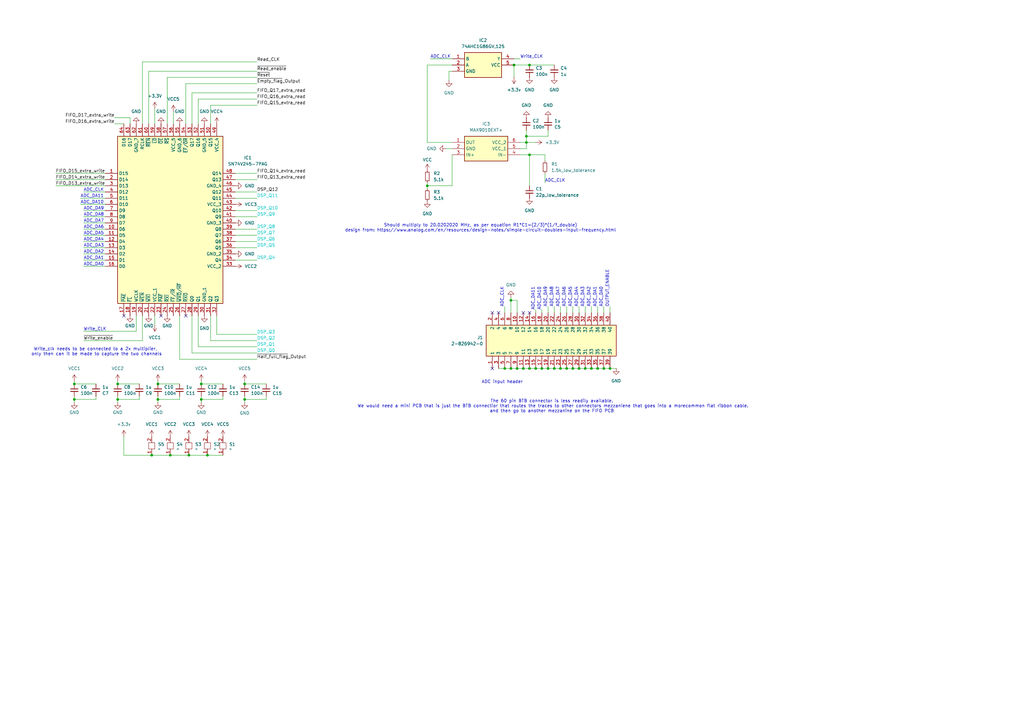
<source format=kicad_sch>
(kicad_sch (version 20250114) (generator "eeschema") (generator_version "9.0")
  (paper "A3")
  (lib_symbols
    (symbol "2-826942-0:2-826942-0"
      (property "Reference" "J" (at 19.05 7.62 0))
      (property "Value" "2-826942-0" (at 19.05 5.08 0))
      (symbol "2-826942-0_1_1"
        (rectangle (start 5.08 2.54) (end 17.78 -50.8) (stroke (width 0.254)) (fill (type background)))
        (pin passive line (at 0 0 0) (length 5.08) (name "1") (number "1"))
        (pin passive line (at 0 -2.54 0) (length 5.08) (name "3") (number "3"))
        (pin passive line (at 0 -5.08 0) (length 5.08) (name "5") (number "5"))
        (pin passive line (at 0 -7.62 0) (length 5.08) (name "7") (number "7"))
        (pin passive line (at 0 -10.16 0) (length 5.08) (name "9") (number "9"))
        (pin passive line (at 0 -12.7 0) (length 5.08) (name "11") (number "11"))
        (pin passive line (at 0 -15.24 0) (length 5.08) (name "13") (number "13"))
        (pin passive line (at 0 -17.78 0) (length 5.08) (name "15") (number "15"))
        (pin passive line (at 0 -20.32 0) (length 5.08) (name "17") (number "17"))
        (pin passive line (at 0 -22.86 0) (length 5.08) (name "19") (number "19"))
        (pin passive line (at 0 -25.4 0) (length 5.08) (name "21") (number "21"))
        (pin passive line (at 0 -27.94 0) (length 5.08) (name "23") (number "23"))
        (pin passive line (at 0 -30.48 0) (length 5.08) (name "25") (number "25"))
        (pin passive line (at 0 -33.02 0) (length 5.08) (name "27") (number "27"))
        (pin passive line (at 0 -35.56 0) (length 5.08) (name "29") (number "29"))
        (pin passive line (at 0 -38.1 0) (length 5.08) (name "31") (number "31"))
        (pin passive line (at 0 -40.64 0) (length 5.08) (name "33") (number "33"))
        (pin passive line (at 0 -43.18 0) (length 5.08) (name "35") (number "35"))
        (pin passive line (at 0 -45.72 0) (length 5.08) (name "37") (number "37"))
        (pin passive line (at 0 -48.26 0) (length 5.08) (name "39") (number "39"))
        (pin passive line (at 22.86 0 180) (length 5.08) (name "2") (number "2"))
        (pin passive line (at 22.86 -2.54 180) (length 5.08) (name "4") (number "4"))
        (pin passive line (at 22.86 -5.08 180) (length 5.08) (name "6") (number "6"))
        (pin passive line (at 22.86 -7.62 180) (length 5.08) (name "8") (number "8"))
        (pin passive line (at 22.86 -10.16 180) (length 5.08) (name "10") (number "10"))
        (pin passive line (at 22.86 -12.7 180) (length 5.08) (name "12") (number "12"))
        (pin passive line (at 22.86 -15.24 180) (length 5.08) (name "14") (number "14"))
        (pin passive line (at 22.86 -17.78 180) (length 5.08) (name "16") (number "16"))
        (pin passive line (at 22.86 -20.32 180) (length 5.08) (name "18") (number "18"))
        (pin passive line (at 22.86 -22.86 180) (length 5.08) (name "20") (number "20"))
        (pin passive line (at 22.86 -25.4 180) (length 5.08) (name "22") (number "22"))
        (pin passive line (at 22.86 -27.94 180) (length 5.08) (name "24") (number "24"))
        (pin passive line (at 22.86 -30.48 180) (length 5.08) (name "26") (number "26"))
        (pin passive line (at 22.86 -33.02 180) (length 5.08) (name "28") (number "28"))
        (pin passive line (at 22.86 -35.56 180) (length 5.08) (name "30") (number "30"))
        (pin passive line (at 22.86 -38.1 180) (length 5.08) (name "32") (number "32"))
        (pin passive line (at 22.86 -40.64 180) (length 5.08) (name "34") (number "34"))
        (pin passive line (at 22.86 -43.18 180) (length 5.08) (name "36") (number "36"))
        (pin passive line (at 22.86 -45.72 180) (length 5.08) (name "38") (number "38"))
        (pin passive line (at 22.86 -48.26 180) (length 5.08) (name "40") (number "40"))
      )
    )
    (symbol "74AHC1G86GV_125:74AHC1G86GV,125"
      (property "Reference" "IC" (at 21.59 7.62 0))
      (property "Value" "74AHC1G86GV,125" (at 21.59 5.08 0))
      (symbol "74AHC1G86GV,125_1_1"
        (rectangle (start 5.08 2.54) (end 20.32 -7.62) (stroke (width 0.254)) (fill (type background)))
        (pin passive line (at 0 0 0) (length 5.08) (name "B") (number "1"))
        (pin passive line (at 0 -2.54 0) (length 5.08) (name "A") (number "2"))
        (pin passive line (at 0 -5.08 0) (length 5.08) (name "GND") (number "3"))
        (pin passive line (at 25.4 0 180) (length 5.08) (name "Y") (number "4"))
        (pin passive line (at 25.4 -2.54 180) (length 5.08) (name "VCC") (number "5"))
      )
    )
    (symbol "Device:C_Small" (pin_numbers (hide yes)) (pin_names (offset 0.254) (hide yes))
      (property "Reference" "C" (at 0.254 1.778 0))
      (property "Value" "C_Small" (at 0.254 -2.032 0))
      (symbol "C_Small_0_1"
        (polyline (pts (xy -1.524 0.508) (xy 1.524 0.508)) (stroke (width 0.3048)))
        (polyline (pts (xy -1.524 -0.508) (xy 1.524 -0.508)) (stroke (width 0.3302)))
      )
      (symbol "C_Small_1_1"
        (pin passive line (at 0 2.54 270) (length 2.032) (name "~") (number "1"))
        (pin passive line (at 0 -2.54 90) (length 2.032) (name "~") (number "2"))
      )
    )
    (symbol "Device:R_Small" (pin_numbers (hide yes)) (pin_names (offset 0.254) (hide yes))
      (property "Reference" "R" (at 0.762 0.508 0))
      (property "Value" "R_Small" (at 0.762 -1.016 0))
      (symbol "R_Small_0_1"
        (rectangle (start -0.762 1.778) (end 0.762 -1.778) (stroke (width 0.2032)))
      )
      (symbol "R_Small_1_1"
        (pin passive line (at 0 2.54 270) (length 0.762) (name "~") (number "1"))
        (pin passive line (at 0 -2.54 90) (length 0.762) (name "~") (number "2"))
      )
    )
    (symbol "MAX9010EXT+:MAX9010EXT+"
      (property "Reference" "IC" (at 24.13 7.62 0))
      (property "Value" "MAX9010EXT+" (at 24.13 5.08 0))
      (symbol "MAX9010EXT+_1_1"
        (rectangle (start 5.08 2.54) (end 22.86 -7.62) (stroke (width 0.254)) (fill (type background)))
        (pin passive line (at 0 0 0) (length 5.08) (name "OUT") (number "1"))
        (pin passive line (at 0 -2.54 0) (length 5.08) (name "GND") (number "2"))
        (pin passive line (at 0 -5.08 0) (length 5.08) (name "IN+") (number "3"))
        (pin passive line (at 27.94 0 180) (length 5.08) (name "VCC_2") (number "6"))
        (pin passive line (at 27.94 -2.54 180) (length 5.08) (name "VCC_1") (number "5"))
        (pin passive line (at 27.94 -5.08 180) (length 5.08) (name "IN-") (number "4"))
      )
    )
    (symbol "SN74V245-7PAG:SN74V245-7PAG"
      (property "Reference" "IC" (at 49.53 20.32 0))
      (property "Value" "SN74V245-7PAG" (at 49.53 17.78 0))
      (symbol "SN74V245-7PAG_1_1"
        (rectangle (start 5.08 15.24) (end 48.26 -53.34) (stroke (width 0.254)) (fill (type background)))
        (pin passive line (at 0 0 0) (length 5.08) (name "D15") (number "1"))
        (pin passive line (at 0 -2.54 0) (length 5.08) (name "D14") (number "2"))
        (pin passive line (at 0 -5.08 0) (length 5.08) (name "D13") (number "3"))
        (pin passive line (at 0 -7.62 0) (length 5.08) (name "D12") (number "4"))
        (pin passive line (at 0 -10.16 0) (length 5.08) (name "D11") (number "5"))
        (pin passive line (at 0 -12.7 0) (length 5.08) (name "D10") (number "6"))
        (pin passive line (at 0 -15.24 0) (length 5.08) (name "D9") (number "7"))
        (pin passive line (at 0 -17.78 0) (length 5.08) (name "D8") (number "8"))
        (pin passive line (at 0 -20.32 0) (length 5.08) (name "D7") (number "9"))
        (pin passive line (at 0 -22.86 0) (length 5.08) (name "D6") (number "10"))
        (pin passive line (at 0 -25.4 0) (length 5.08) (name "D5") (number "11"))
        (pin passive line (at 0 -27.94 0) (length 5.08) (name "D4") (number "12"))
        (pin passive line (at 0 -30.48 0) (length 5.08) (name "D3") (number "13"))
        (pin passive line (at 0 -33.02 0) (length 5.08) (name "D2") (number "14"))
        (pin passive line (at 0 -35.56 0) (length 5.08) (name "D1") (number "15"))
        (pin passive line (at 0 -38.1 0) (length 5.08) (name "D0") (number "16"))
        (pin passive line (at 7.62 20.32 270) (length 5.08) (name "D16") (number "64"))
        (pin passive line (at 7.62 -58.42 90) (length 5.08) (name "~{PAE}") (number "17"))
        (pin passive line (at 10.16 20.32 270) (length 5.08) (name "D17") (number "63"))
        (pin passive line (at 10.16 -58.42 90) (length 5.08) (name "~{FL}") (number "18"))
        (pin passive line (at 12.7 20.32 270) (length 5.08) (name "GND_7") (number "62"))
        (pin passive line (at 12.7 -58.42 90) (length 5.08) (name "WCLK") (number "19"))
        (pin passive line (at 15.24 20.32 270) (length 5.08) (name "RCLK") (number "61"))
        (pin passive line (at 15.24 -58.42 90) (length 5.08) (name "~{WEN}") (number "20"))
        (pin passive line (at 17.78 20.32 270) (length 5.08) (name "~{REN}") (number "60"))
        (pin passive line (at 17.78 -58.42 90) (length 5.08) (name "~{WXI}") (number "21"))
        (pin passive line (at 20.32 20.32 270) (length 5.08) (name "~{LD}") (number "59"))
        (pin passive line (at 20.32 -58.42 90) (length 5.08) (name "VCC_1") (number "22"))
        (pin passive line (at 22.86 20.32 270) (length 5.08) (name "~{OE}") (number "58"))
        (pin passive line (at 22.86 -58.42 90) (length 5.08) (name "~{PAF}") (number "23"))
        (pin passive line (at 25.4 20.32 270) (length 5.08) (name "~{RS}") (number "57"))
        (pin passive line (at 25.4 -58.42 90) (length 5.08) (name "~{RXI}") (number "24"))
        (pin passive line (at 27.94 20.32 270) (length 5.08) (name "VCC_5") (number "56"))
        (pin passive line (at 27.94 -58.42 90) (length 5.08) (name "~{FF}/~{IR}") (number "25"))
        (pin passive line (at 30.48 20.32 270) (length 5.08) (name "GND_6") (number "55"))
        (pin passive line (at 30.48 -58.42 90) (length 5.08) (name "~{WXO}/~{HF}") (number "26"))
        (pin passive line (at 33.02 20.32 270) (length 5.08) (name "~{EF}/~{OR}") (number "54"))
        (pin passive line (at 33.02 -58.42 90) (length 5.08) (name "~{RXO}") (number "27"))
        (pin passive line (at 35.56 20.32 270) (length 5.08) (name "Q17") (number "53"))
        (pin passive line (at 35.56 -58.42 90) (length 5.08) (name "Q0") (number "28"))
        (pin passive line (at 38.1 20.32 270) (length 5.08) (name "Q16") (number "52"))
        (pin passive line (at 38.1 -58.42 90) (length 5.08) (name "Q1") (number "29"))
        (pin passive line (at 40.64 20.32 270) (length 5.08) (name "GND_5") (number "51"))
        (pin passive line (at 40.64 -58.42 90) (length 5.08) (name "GND_1") (number "30"))
        (pin passive line (at 43.18 20.32 270) (length 5.08) (name "Q15") (number "50"))
        (pin passive line (at 43.18 -58.42 90) (length 5.08) (name "Q2") (number "31"))
        (pin passive line (at 45.72 20.32 270) (length 5.08) (name "VCC_4") (number "49"))
        (pin passive line (at 45.72 -58.42 90) (length 5.08) (name "Q3") (number "32"))
        (pin passive line (at 53.34 0 180) (length 5.08) (name "Q14") (number "48"))
        (pin passive line (at 53.34 -2.54 180) (length 5.08) (name "Q13") (number "47"))
        (pin passive line (at 53.34 -5.08 180) (length 5.08) (name "GND_4") (number "46"))
        (pin passive line (at 53.34 -7.62 180) (length 5.08) (name "Q12") (number "45"))
        (pin passive line (at 53.34 -10.16 180) (length 5.08) (name "Q11") (number "44"))
        (pin passive line (at 53.34 -12.7 180) (length 5.08) (name "VCC_3") (number "43"))
        (pin passive line (at 53.34 -15.24 180) (length 5.08) (name "Q10") (number "42"))
        (pin passive line (at 53.34 -17.78 180) (length 5.08) (name "Q9") (number "41"))
        (pin passive line (at 53.34 -20.32 180) (length 5.08) (name "GND_3") (number "40"))
        (pin passive line (at 53.34 -22.86 180) (length 5.08) (name "Q8") (number "39"))
        (pin passive line (at 53.34 -25.4 180) (length 5.08) (name "Q7") (number "38"))
        (pin passive line (at 53.34 -27.94 180) (length 5.08) (name "Q6") (number "37"))
        (pin passive line (at 53.34 -30.48 180) (length 5.08) (name "Q5") (number "36"))
        (pin passive line (at 53.34 -33.02 180) (length 5.08) (name "GND_2") (number "35"))
        (pin passive line (at 53.34 -35.56 180) (length 5.08) (name "Q4") (number "34"))
        (pin passive line (at 53.34 -38.1 180) (length 5.08) (name "VCC_2") (number "33"))
      )
    )
    (symbol "Trace_Shunt:_1"
      (property "Reference" "S" (at 3.81 1.778 0))
      (symbol "_1_0_1"
        (rectangle (start 3.81 -1.27) (end 6.35 -3.81))
      )
      (symbol "_1_1_1"
        (pin passive line (at 1.27 -2.54 0) (length 2.54) (name "") (number "1"))
        (pin passive line (at 8.89 -2.54 180) (length 2.54) (name "") (number "2"))
      )
    )
    (symbol "power:GND" (power) (pin_numbers (hide yes)) (pin_names (offset 0) (hide yes))
      (property "Value" "GND" (at 0 -3.81 0))
      (symbol "GND_0_1"
        (polyline (pts (xy 0 0) (xy 0 -1.27) (xy 1.27 -1.27) (xy 0 -2.54) (xy -1.27 -1.27) (xy 0 -1.27)))
      )
      (symbol "GND_1_1"
        (pin power_in line (at 0 0 270) (length 0) (name "~") (number "1"))
      )
    )
    (symbol "power:VCC" (power) (pin_numbers (hide yes)) (pin_names (offset 0) (hide yes))
      (property "Value" "VCC" (at 0 3.556 0))
      (symbol "VCC_0_1"
        (polyline (pts (xy -0.762 1.27) (xy 0 2.54)))
        (polyline (pts (xy 0 2.54) (xy 0.762 1.27)))
        (polyline (pts (xy 0 0) (xy 0 2.54)))
      )
      (symbol "VCC_1_1"
        (pin power_in line (at 0 0 90) (length 0) (name "~") (number "1"))
      )
    )
  )
  (text "Write_clk needs to be connected to a 2x multiplier, \nonly then can it be made to capture the two channels\n" (at 39.624 144.272 0) (effects (font (size 1.27 1.27))))
  (text "ADC input header\n" (at 205.994 156.718 0) (effects (font (size 1.27 1.27))))
  (text "Should multiply to 20.0202020 MHz, as per equation R1*C1=(2/3)*(1/f_double)\ndesign from: https://www.analog.com/en/resources/design-notes/simple-circuit-doubles-input-frequency.html" (at 197.104 93.472 0) (effects (font (size 1.27 1.27))))
  (text "The 60 pin BTB connector is less readily available. \nWe would need a mini PCB that is just the BTB connectior that routes the traces to other connectors mezzaniene that goes into a morecommon flat ribbon cable.\nand then go to another mezzanine on the FIFO PCB " (at 226.822 166.624 0) (effects (font (size 1.27 1.27))))
  (junction (at 227.33 151.13))
  (junction (at 207.01 151.13))
  (junction (at 77.47 186.69))
  (junction (at 245.11 151.13))
  (junction (at 247.65 151.13))
  (junction (at 30.48 163.83))
  (junction (at 175.26 76.2))
  (junction (at 237.49 151.13))
  (junction (at 210.82 26.67))
  (junction (at 219.71 151.13))
  (junction (at 64.77 157.48))
  (junction (at 232.41 151.13))
  (junction (at 229.87 151.13))
  (junction (at 48.26 163.83))
  (junction (at 82.55 163.83))
  (junction (at 217.17 26.67))
  (junction (at 100.33 163.83))
  (junction (at 100.33 157.48))
  (junction (at 69.85 186.69))
  (junction (at 212.09 151.13))
  (junction (at 85.09 186.69))
  (junction (at 82.55 157.48))
  (junction (at 30.48 157.48))
  (junction (at 224.79 151.13))
  (junction (at 222.25 151.13))
  (junction (at 215.9 58.42))
  (junction (at 234.95 151.13))
  (junction (at 209.55 151.13))
  (junction (at 48.26 157.48))
  (junction (at 250.19 151.13))
  (junction (at 62.23 186.69))
  (junction (at 217.17 63.5))
  (junction (at 215.9 55.88))
  (junction (at 64.77 163.83))
  (junction (at 217.17 151.13))
  (junction (at 242.57 151.13))
  (junction (at 240.03 151.13))
  (junction (at 214.63 151.13))
  (junction (at 209.55 123.19))
  (no_connect (at 214.63 128.27))
  (no_connect (at 50.8 129.54))
  (no_connect (at 204.47 128.27))
  (no_connect (at 76.2 129.54))
  (no_connect (at 201.93 128.27))
  (no_connect (at 217.17 128.27))
  (no_connect (at 66.04 129.54))
  (no_connect (at 201.93 151.13))
  (wire (pts (xy 217.17 26.67) (xy 227.33 26.67)))
  (wire (pts (xy 46.99 48.26) (xy 53.34 48.26)))
  (wire (pts (xy 82.55 156.21) (xy 82.55 157.48)))
  (wire (pts (xy 39.37 163.83) (xy 30.48 163.83)))
  (wire (pts (xy 63.5 44.45) (xy 63.5 50.8)))
  (wire (pts (xy 100.33 163.83) (xy 100.33 165.1)))
  (wire (pts (xy 217.17 76.2) (xy 217.17 63.5)))
  (wire (pts (xy 50.8 186.69) (xy 50.8 179.07)))
  (wire (pts (xy 22.86 76.2) (xy 43.18 76.2)))
  (wire (pts (xy 96.52 86.36) (xy 105.41 86.36)))
  (wire (pts (xy 224.79 125.73) (xy 224.79 128.27)))
  (wire (pts (xy 209.55 121.92) (xy 209.55 123.19)))
  (wire (pts (xy 175.26 74.93) (xy 175.26 76.2)))
  (wire (pts (xy 109.22 162.56) (xy 109.22 163.83)))
  (wire (pts (xy 224.79 53.34) (xy 224.79 55.88)))
  (wire (pts (xy 242.57 125.73) (xy 242.57 128.27)))
  (wire (pts (xy 76.2 50.8) (xy 76.2 34.29)))
  (wire (pts (xy 34.29 86.36) (xy 43.18 86.36)))
  (wire (pts (xy 34.29 99.06) (xy 43.18 99.06)))
  (wire (pts (xy 30.48 156.21) (xy 30.48 157.48)))
  (wire (pts (xy 242.57 151.13) (xy 245.11 151.13)))
  (wire (pts (xy 212.09 123.19) (xy 209.55 123.19)))
  (wire (pts (xy 223.52 71.12) (xy 223.52 74.93)))
  (wire (pts (xy 46.99 50.8) (xy 50.8 50.8)))
  (wire (pts (xy 240.03 151.13) (xy 242.57 151.13)))
  (wire (pts (xy 86.36 43.18) (xy 86.36 50.8)))
  (wire (pts (xy 34.29 135.89) (xy 55.88 135.89)))
  (wire (pts (xy 229.87 151.13) (xy 232.41 151.13)))
  (wire (pts (xy 100.33 162.56) (xy 100.33 163.83)))
  (wire (pts (xy 222.25 151.13) (xy 224.79 151.13)))
  (wire (pts (xy 48.26 156.21) (xy 48.26 157.48)))
  (wire (pts (xy 78.74 38.1) (xy 78.74 50.8)))
  (wire (pts (xy 232.41 125.73) (xy 232.41 128.27)))
  (wire (pts (xy 204.47 151.13) (xy 207.01 151.13)))
  (wire (pts (xy 58.42 25.4) (xy 58.42 50.8)))
  (wire (pts (xy 213.36 63.5) (xy 217.17 63.5)))
  (wire (pts (xy 207.01 125.73) (xy 207.01 128.27)))
  (wire (pts (xy 73.66 162.56) (xy 73.66 163.83)))
  (wire (pts (xy 105.41 29.21) (xy 60.96 29.21)))
  (wire (pts (xy 78.74 38.1) (xy 105.41 38.1)))
  (wire (pts (xy 184.15 29.21) (xy 185.42 29.21)))
  (wire (pts (xy 71.12 45.72) (xy 71.12 50.8)))
  (wire (pts (xy 224.79 151.13) (xy 227.33 151.13)))
  (wire (pts (xy 82.55 157.48) (xy 91.44 157.48)))
  (wire (pts (xy 58.42 129.54) (xy 58.42 139.7)))
  (wire (pts (xy 212.09 128.27) (xy 212.09 123.19)))
  (wire (pts (xy 39.37 162.56) (xy 39.37 163.83)))
  (wire (pts (xy 91.44 186.69) (xy 85.09 186.69)))
  (wire (pts (xy 30.48 157.48) (xy 39.37 157.48)))
  (wire (pts (xy 223.52 66.04) (xy 223.52 63.5)))
  (wire (pts (xy 219.71 151.13) (xy 222.25 151.13)))
  (wire (pts (xy 34.29 101.6) (xy 43.18 101.6)))
  (wire (pts (xy 96.52 88.9) (xy 105.41 88.9)))
  (wire (pts (xy 222.25 127) (xy 222.25 128.27)))
  (wire (pts (xy 96.52 71.12) (xy 105.41 71.12)))
  (wire (pts (xy 96.52 99.06) (xy 105.41 99.06)))
  (wire (pts (xy 175.26 26.67) (xy 185.42 26.67)))
  (wire (pts (xy 22.86 73.66) (xy 43.18 73.66)))
  (wire (pts (xy 219.71 58.42) (xy 215.9 58.42)))
  (wire (pts (xy 250.19 125.73) (xy 250.19 128.27)))
  (wire (pts (xy 48.26 163.83) (xy 48.26 165.1)))
  (wire (pts (xy 105.41 25.4) (xy 58.42 25.4)))
  (wire (pts (xy 34.29 78.74) (xy 43.18 78.74)))
  (wire (pts (xy 96.52 73.66) (xy 105.41 73.66)))
  (wire (pts (xy 96.52 93.98) (xy 105.41 93.98)))
  (wire (pts (xy 30.48 163.83) (xy 30.48 165.1)))
  (wire (pts (xy 33.02 81.28) (xy 43.18 81.28)))
  (wire (pts (xy 57.15 162.56) (xy 57.15 163.83)))
  (wire (pts (xy 69.85 186.69) (xy 62.23 186.69)))
  (wire (pts (xy 245.11 125.73) (xy 245.11 128.27)))
  (wire (pts (xy 91.44 163.83) (xy 82.55 163.83)))
  (wire (pts (xy 82.55 162.56) (xy 82.55 163.83)))
  (wire (pts (xy 210.82 24.13) (xy 213.36 24.13)))
  (wire (pts (xy 215.9 55.88) (xy 215.9 53.34)))
  (wire (pts (xy 22.86 71.12) (xy 43.18 71.12)))
  (wire (pts (xy 217.17 63.5) (xy 223.52 63.5)))
  (wire (pts (xy 175.26 58.42) (xy 175.26 26.67)))
  (wire (pts (xy 105.41 144.78) (xy 78.74 144.78)))
  (wire (pts (xy 105.41 139.7) (xy 86.36 139.7)))
  (wire (pts (xy 81.28 40.64) (xy 105.41 40.64)))
  (wire (pts (xy 215.9 58.42) (xy 215.9 55.88)))
  (wire (pts (xy 85.09 186.69) (xy 77.47 186.69)))
  (wire (pts (xy 209.55 123.19) (xy 209.55 128.27)))
  (wire (pts (xy 76.2 34.29) (xy 105.41 34.29)))
  (wire (pts (xy 210.82 26.67) (xy 210.82 31.75)))
  (wire (pts (xy 185.42 63.5) (xy 185.42 76.2)))
  (wire (pts (xy 34.29 104.14) (xy 43.18 104.14)))
  (wire (pts (xy 30.48 162.56) (xy 30.48 163.83)))
  (wire (pts (xy 86.36 129.54) (xy 86.36 139.7)))
  (wire (pts (xy 60.96 29.21) (xy 60.96 50.8)))
  (wire (pts (xy 213.36 58.42) (xy 215.9 58.42)))
  (wire (pts (xy 48.26 157.48) (xy 57.15 157.48)))
  (wire (pts (xy 78.74 129.54) (xy 78.74 144.78)))
  (wire (pts (xy 33.02 83.82) (xy 43.18 83.82)))
  (wire (pts (xy 245.11 151.13) (xy 247.65 151.13)))
  (wire (pts (xy 100.33 157.48) (xy 109.22 157.48)))
  (wire (pts (xy 34.29 93.98) (xy 43.18 93.98)))
  (wire (pts (xy 224.79 55.88) (xy 215.9 55.88)))
  (wire (pts (xy 247.65 151.13) (xy 250.19 151.13)))
  (wire (pts (xy 63.5 133.35) (xy 63.5 129.54)))
  (wire (pts (xy 81.28 129.54) (xy 81.28 142.24)))
  (wire (pts (xy 232.41 151.13) (xy 234.95 151.13)))
  (wire (pts (xy 210.82 26.67) (xy 217.17 26.67)))
  (wire (pts (xy 96.52 78.74) (xy 105.41 78.74)))
  (wire (pts (xy 237.49 151.13) (xy 240.03 151.13)))
  (wire (pts (xy 105.41 31.75) (xy 68.58 31.75)))
  (wire (pts (xy 81.28 40.64) (xy 81.28 50.8)))
  (wire (pts (xy 82.55 163.83) (xy 82.55 165.1)))
  (wire (pts (xy 176.53 24.13) (xy 185.42 24.13)))
  (wire (pts (xy 64.77 163.83) (xy 64.77 165.1)))
  (wire (pts (xy 229.87 125.73) (xy 229.87 128.27)))
  (wire (pts (xy 91.44 162.56) (xy 91.44 163.83)))
  (wire (pts (xy 214.63 151.13) (xy 217.17 151.13)))
  (wire (pts (xy 96.52 106.68) (xy 105.41 106.68)))
  (wire (pts (xy 227.33 151.13) (xy 229.87 151.13)))
  (wire (pts (xy 109.22 163.83) (xy 100.33 163.83)))
  (wire (pts (xy 227.33 125.73) (xy 227.33 128.27)))
  (wire (pts (xy 213.36 60.96) (xy 215.9 60.96)))
  (wire (pts (xy 48.26 162.56) (xy 48.26 163.83)))
  (wire (pts (xy 34.29 91.44) (xy 43.18 91.44)))
  (wire (pts (xy 77.47 186.69) (xy 69.85 186.69)))
  (wire (pts (xy 34.29 88.9) (xy 43.18 88.9)))
  (wire (pts (xy 96.52 96.52) (xy 105.41 96.52)))
  (wire (pts (xy 175.26 77.47) (xy 175.26 76.2)))
  (wire (pts (xy 34.29 109.22) (xy 43.18 109.22)))
  (wire (pts (xy 247.65 125.73) (xy 247.65 128.27)))
  (wire (pts (xy 175.26 58.42) (xy 185.42 58.42)))
  (wire (pts (xy 73.66 129.54) (xy 73.66 147.32)))
  (wire (pts (xy 53.34 48.26) (xy 53.34 50.8)))
  (wire (pts (xy 73.66 147.32) (xy 105.41 147.32)))
  (wire (pts (xy 184.15 33.02) (xy 184.15 29.21)))
  (wire (pts (xy 88.9 137.16) (xy 105.41 137.16)))
  (wire (pts (xy 86.36 43.18) (xy 105.41 43.18)))
  (wire (pts (xy 68.58 31.75) (xy 68.58 50.8)))
  (wire (pts (xy 234.95 151.13) (xy 237.49 151.13)))
  (wire (pts (xy 73.66 163.83) (xy 64.77 163.83)))
  (wire (pts (xy 96.52 81.28) (xy 105.41 81.28)))
  (wire (pts (xy 64.77 157.48) (xy 73.66 157.48)))
  (wire (pts (xy 34.29 106.68) (xy 43.18 106.68)))
  (wire (pts (xy 234.95 125.73) (xy 234.95 128.27)))
  (wire (pts (xy 207.01 151.13) (xy 209.55 151.13)))
  (wire (pts (xy 240.03 125.73) (xy 240.03 128.27)))
  (wire (pts (xy 55.88 129.54) (xy 55.88 135.89)))
  (wire (pts (xy 64.77 162.56) (xy 64.77 163.83)))
  (wire (pts (xy 219.71 127) (xy 219.71 128.27)))
  (wire (pts (xy 81.28 142.24) (xy 105.41 142.24)))
  (wire (pts (xy 64.77 156.21) (xy 64.77 157.48)))
  (wire (pts (xy 100.33 156.21) (xy 100.33 157.48)))
  (wire (pts (xy 34.29 139.7) (xy 58.42 139.7)))
  (wire (pts (xy 217.17 151.13) (xy 219.71 151.13)))
  (wire (pts (xy 34.29 96.52) (xy 43.18 96.52)))
  (wire (pts (xy 215.9 60.96) (xy 215.9 58.42)))
  (wire (pts (xy 62.23 186.69) (xy 50.8 186.69)))
  (wire (pts (xy 185.42 76.2) (xy 175.26 76.2)))
  (wire (pts (xy 212.09 151.13) (xy 214.63 151.13)))
  (wire (pts (xy 237.49 125.73) (xy 237.49 128.27)))
  (wire (pts (xy 57.15 163.83) (xy 48.26 163.83)))
  (wire (pts (xy 96.52 101.6) (xy 105.41 101.6)))
  (wire (pts (xy 209.55 151.13) (xy 212.09 151.13)))
  (wire (pts (xy 250.19 151.13) (xy 252.73 151.13)))
  (wire (pts (xy 182.88 60.96) (xy 185.42 60.96)))
  (wire (pts (xy 88.9 129.54) (xy 88.9 137.16)))
  (label "DSP_Q0" (at 105.41 144.78 0))
  (label "FIFO_Q15_extra_read" (at 105.41 43.18 0))
  (label "~{Reset}" (at 105.41 31.75 0))
  (label "ADC_DA0" (at 247.65 125.73 90))
  (label "ADC_DA11" (at 219.71 127 90))
  (label "ADC_DA3" (at 34.29 101.6 0))
  (label "FIFO_Q14_extra_read" (at 105.41 71.12 0))
  (label "ADC_DA6" (at 232.41 125.73 90))
  (label "DSP_Q6" (at 105.41 99.06 0))
  (label "ADC_DA1" (at 34.29 106.68 0))
  (label "~{Half_full_flag}_Output" (at 105.41 147.32 0))
  (label "FIFO_Q13_extra_read" (at 105.41 73.66 0))
  (label "ADC_DA3" (at 240.03 125.73 90))
  (label "Write_CLK" (at 213.36 24.13 0))
  (label "DSP_Q5" (at 105.41 101.6 0))
  (label "ADC_DA7" (at 229.87 125.73 90))
  (label "ADC_DA2" (at 34.29 104.14 0))
  (label "DSP_Q11" (at 105.41 81.28 0))
  (label "ADC_DA4" (at 34.29 99.06 0))
  (label "Read_CLK" (at 105.41 25.4 0))
  (label "ADC_DA2" (at 242.57 125.73 90))
  (label "DSP_Q8" (at 105.41 93.98 0))
  (label "DSP_Q7" (at 105.41 96.52 0))
  (label "DSP_Q2" (at 105.41 139.7 0))
  (label "OUTPUT_ENABLE" (at 250.19 125.73 90))
  (label "FIFO_D13_extra_write" (at 22.86 76.2 0))
  (label "ADC_DA11" (at 33.02 81.28 0))
  (label "FIFO_D17_extra_write" (at 46.99 48.26 180))
  (label "~{Write_enable}" (at 34.29 139.7 0))
  (label "ADC_DA5" (at 34.29 96.52 0))
  (label "FIFO_Q17_extra_read" (at 105.41 38.1 0))
  (label "~{Read_enable}" (at 105.41 29.21 0))
  (label "ADC_DA1" (at 245.11 125.73 90))
  (label "DSP_Q12" (at 105.41 78.74 0))
  (label "ADC_CLK" (at 176.53 24.13 0))
  (label "ADC_DA6" (at 34.29 93.98 0))
  (label "ADC_DA4" (at 237.49 125.73 90))
  (label "DSP_Q4" (at 105.41 106.68 0))
  (label "ADC_DA7" (at 34.29 91.44 0))
  (label "DSP_Q3" (at 105.41 137.16 0))
  (label "ADC_DA0" (at 34.29 109.22 0))
  (label "FIFO_D15_extra_write" (at 22.86 71.12 0))
  (label "Write_CLK" (at 34.29 135.89 0))
  (label "ADC_DA10" (at 222.25 127 90))
  (label "ADC_CLK" (at 34.29 78.74 0))
  (label "ADC_DA10" (at 33.02 83.82 0))
  (label "ADC_DA9" (at 224.79 125.73 90))
  (label "DSP_Q9" (at 105.41 88.9 0))
  (label "DSP_Q10" (at 105.41 86.36 0))
  (label "ADC_DA9" (at 34.29 86.36 0))
  (label "DSP_Q1" (at 105.41 142.24 0))
  (label "ADC_DA8" (at 34.29 88.9 0))
  (label "ADC_CLK" (at 223.52 74.93 0))
  (label "FIFO_Q16_extra_read" (at 105.41 40.64 0))
  (label "~{Empty_flag}_Output" (at 105.41 34.29 0))
  (label "ADC_DA5" (at 234.95 125.73 90))
  (label "FIFO_D14_extra_write" (at 22.86 73.66 0))
  (label "ADC_CLK" (at 207.01 125.73 90))
  (label "ADC_DA8" (at 227.33 125.73 90))
  (label "FIFO_D16_extra_write" (at 46.99 50.8 180))
  (symbol (lib_id "power:GND") (at 217.17 31.75 0) (unit 1)
    (property "Reference" "#PWR026" (effects (hide yes)))
    (property "Value" "GND" (at 217.17 36.83 0))
    (property "Description" "Power symbol creates a global label with name \"GND\" , ground" (effects (hide yes)))
  )
  (symbol (lib_id "power:GND") (at 209.55 121.92 180) (unit 1)
    (property "Reference" "#PWR046" (effects (hide yes)))
    (property "Value" "GND" (at 209.55 116.84 0))
    (property "Description" "Power symbol creates a global label with name \"GND\" , ground" (effects (hide yes)))
  )
  (symbol (lib_id "Device:C_Small") (at 39.37 160.02 0) (mirror y) (unit 1)
    (property "Reference" "C7" (at 41.91 161.2965 0) (effects (justify right)))
    (property "Value" "1u" (at 41.91 158.7565 0) (effects (justify right)))
    (property "Description" "Unpolarized capacitor, small symbol" (effects (hide yes)))
  )
  (symbol (lib_id "power:GND") (at 73.66 50.8 180) (unit 1)
    (property "Reference" "#PWR011" (effects (hide yes)))
    (property "Value" "GND" (at 73.66 45.72 0))
    (property "Description" "Power symbol creates a global label with name \"GND\" , ground" (effects (hide yes)))
  )
  (symbol (lib_id "SN74V245-7PAG:SN74V245-7PAG") (at 43.18 71.12 0) (unit 1)
    (property "Reference" "IC1" (at 101.6 64.6998 0))
    (property "Value" "SN74V245-7PAG" (at 101.6 67.2398 0))
    (property "Footprint" "SN74V245:QFP50P1200X1200X120-64N" (effects (hide yes)))
    (property "Datasheet" "https://datasheet.datasheetarchive.com/originals/distributors/Datasheets-302/22351.pdf" (effects (hide yes)))
    (property "Description" "SN74V245-7PAG, FIFO Memory Dual 4K x 18 bit Uni-Directional 5ns 133MHz 3.3V 64-Pin TQFP" (effects (hide yes)))
    (property "Height" "1.2" (effects (hide yes)))
    (property "Manufacturer_Name" "Texas Instruments" (effects (hide yes)))
    (property "Manufacturer_Part_Number" "SN74V245-7PAG" (effects (hide yes)))
    (property "Mouser Part Number" "595-SN74V245-7PAG" (effects (hide yes)))
    (property "Mouser Price/Stock" "https://www.mouser.co.uk/ProductDetail/Texas-Instruments/SN74V245-7PAG?qs=Dqy2GfToSoQLhS6JABn06g%3D%3D" (effects (hide yes)))
    (property "Arrow Part Number" "SN74V245-7PAG" (effects (hide yes)))
    (property "Arrow Price/Stock" "https://www.arrow.com/en/products/sn74v245-7pag/texas-instruments" (effects (hide yes)))
  )
  (symbol (lib_id "power:GND") (at 66.04 50.8 180) (unit 1)
    (property "Reference" "#PWR016" (effects (hide yes)))
    (property "Value" "GND" (at 66.04 45.72 0))
    (property "Description" "Power symbol creates a global label with name \"GND\" , ground" (effects (hide yes)))
  )
  (symbol (lib_id "power:GND") (at 184.15 33.02 0) (unit 1)
    (property "Reference" "#PWR024" (effects (hide yes)))
    (property "Value" "GND" (at 184.15 38.1 0))
    (property "Description" "Power symbol creates a global label with name \"GND\" , ground" (effects (hide yes)))
  )
  (symbol (lib_id "power:GND") (at 215.9 48.26 180) (unit 1)
    (property "Reference" "#PWR018" (effects (hide yes)))
    (property "Value" "GND" (at 215.9 43.18 0))
    (property "Description" "Power symbol creates a global label with name \"GND\" , ground" (effects (hide yes)))
  )
  (symbol (lib_id "power:VCC") (at 63.5 44.45 0) (unit 1)
    (property "Reference" "#PWR06" (effects (hide yes)))
    (property "Value" "+3.3V" (at 63.5 39.37 0))
    (property "Description" "Power symbol creates a global label with name \"VCC\"" (effects (hide yes)))
  )
  (symbol (lib_id "power:VCC") (at 88.9 50.8 0) (unit 1)
    (property "Reference" "#PWR08" (effects (hide yes)))
    (property "Value" "VCC4" (at 88.9 45.72 0))
    (property "Description" "Power symbol creates a global label with name \"VCC\"" (effects (hide yes)))
  )
  (symbol (lib_id "power:GND") (at 217.17 81.28 0) (unit 1)
    (property "Reference" "#PWR020" (effects (hide yes)))
    (property "Value" "GND" (at 217.17 86.36 0))
    (property "Description" "Power symbol creates a global label with name \"GND\" , ground" (effects (hide yes)))
  )
  (symbol (lib_id "power:VCC") (at 219.71 58.42 270) (unit 1)
    (property "Reference" "#PWR019" (effects (hide yes)))
    (property "Value" "+3.3V" (at 223.52 58.4199 90) (effects (justify left)))
    (property "Description" "Power symbol creates a global label with name \"VCC\"" (effects (hide yes)))
  )
  (symbol (lib_id "power:GND") (at 83.82 129.54 0) (unit 1)
    (property "Reference" "#PWR04" (effects (hide yes)))
    (property "Value" "GND" (at 83.82 134.62 0))
    (property "Description" "Power symbol creates a global label with name \"GND\" , ground" (effects (hide yes)))
  )
  (symbol (lib_id "power:VCC") (at 69.85 179.07 0) (unit 1)
    (property "Reference" "#PWR041" (effects (hide yes)))
    (property "Value" "VCC2" (at 69.85 173.99 0))
    (property "Description" "Power symbol creates a global label with name \"VCC\"" (effects (hide yes)))
  )
  (symbol (lib_id "power:VCC") (at 91.44 179.07 0) (unit 1)
    (property "Reference" "#PWR044" (effects (hide yes)))
    (property "Value" "VCC5" (at 91.44 173.99 0))
    (property "Description" "Power symbol creates a global label with name \"VCC\"" (effects (hide yes)))
  )
  (symbol (lib_id "Device:C_Small") (at 64.77 160.02 0) (unit 1)
    (property "Reference" "C10" (at 67.31 158.7562 0) (effects (justify left)))
    (property "Value" "100n" (at 67.31 161.2962 0) (effects (justify left)))
    (property "Description" "Unpolarized capacitor, small symbol" (effects (hide yes)))
  )
  (symbol (lib_id "power:GND") (at 30.48 165.1 0) (unit 1)
    (property "Reference" "#PWR030" (effects (hide yes)))
    (property "Value" "GND" (at 30.48 169.164 0))
    (property "Description" "Power symbol creates a global label with name \"GND\" , ground" (effects (hide yes)))
  )
  (symbol (lib_id "power:VCC") (at 96.52 109.22 270) (unit 1)
    (property "Reference" "#PWR07" (effects (hide yes)))
    (property "Value" "VCC2" (at 100.33 109.2199 90) (effects (justify left)))
    (property "Description" "Power symbol creates a global label with name \"VCC\"" (effects (hide yes)))
  )
  (symbol (lib_id "power:GND") (at 68.58 129.54 0) (unit 1)
    (property "Reference" "#PWR014" (effects (hide yes)))
    (property "Value" "GND" (at 68.58 133.604 0))
    (property "Description" "Power symbol creates a global label with name \"GND\" , ground" (effects (hide yes)))
  )
  (symbol (lib_id "power:GND") (at 96.52 104.14 90) (unit 1)
    (property "Reference" "#PWR03" (effects (hide yes)))
    (property "Value" "GND" (at 100.33 104.1399 90) (effects (justify right)))
    (property "Description" "Power symbol creates a global label with name \"GND\" , ground" (effects (hide yes)))
  )
  (symbol (lib_id "power:VCC") (at 63.5 133.35 180) (unit 1)
    (property "Reference" "#PWR010" (effects (hide yes)))
    (property "Value" "VCC1" (at 63.5 138.43 0))
    (property "Description" "Power symbol creates a global label with name \"VCC\"" (effects (hide yes)))
  )
  (symbol (lib_id "Device:C_Small") (at 82.55 160.02 0) (unit 1)
    (property "Reference" "C12" (at 85.09 158.7562 0) (effects (justify left)))
    (property "Value" "100n" (at 85.09 161.2962 0) (effects (justify left)))
    (property "Description" "Unpolarized capacitor, small symbol" (effects (hide yes)))
  )
  (symbol (lib_id "power:GND") (at 182.88 60.96 270) (unit 1)
    (property "Reference" "#PWR023" (effects (hide yes)))
    (property "Value" "GND" (at 179.07 60.9599 90) (effects (justify right)))
    (property "Description" "Power symbol creates a global label with name \"GND\" , ground" (effects (hide yes)))
  )
  (symbol (lib_id "power:GND") (at 60.96 129.54 0) (unit 1)
    (property "Reference" "#PWR013" (effects (hide yes)))
    (property "Value" "GND" (at 60.96 133.604 0))
    (property "Description" "Power symbol creates a global label with name \"GND\" , ground" (effects (hide yes)))
  )
  (symbol (lib_id "power:VCC") (at 85.09 179.07 0) (unit 1)
    (property "Reference" "#PWR043" (effects (hide yes)))
    (property "Value" "VCC4" (at 85.09 173.99 0))
    (property "Description" "Power symbol creates a global label with name \"VCC\"" (effects (hide yes)))
  )
  (symbol (lib_id "power:VCC") (at 100.33 156.21 0) (unit 1)
    (property "Reference" "#PWR037" (effects (hide yes)))
    (property "Value" "VCC5" (at 100.33 151.13 0))
    (property "Description" "Power symbol creates a global label with name \"VCC\"" (effects (hide yes)))
  )
  (symbol (lib_id "Device:R_Small") (at 175.26 72.39 0) (unit 1)
    (property "Reference" "R2" (at 177.8 71.1199 0) (effects (justify left)))
    (property "Value" "5.1k" (at 177.8 73.6599 0) (effects (justify left)))
    (property "Description" "Resistor, small symbol" (effects (hide yes)))
  )
  (symbol (lib_id "power:VCC") (at 48.26 156.21 0) (unit 1)
    (property "Reference" "#PWR031" (effects (hide yes)))
    (property "Value" "VCC2" (at 48.26 151.13 0))
    (property "Description" "Power symbol creates a global label with name \"VCC\"" (effects (hide yes)))
  )
  (symbol (lib_id "Trace_Shunt:_1") (at 74.93 187.96 90) (unit 1)
    (property "Reference" "S3" (at 80.01 182.2449 90) (effects (justify right)))
    (property "Value" "~" (at 80.01 184.15 90) (effects (justify right)))
    (property "Footprint" "Trace_Shunt:Untitled" (effects (hide yes)))
  )
  (symbol (lib_id "Device:C_Small") (at 227.33 29.21 180) (unit 1)
    (property "Reference" "C4" (at 229.87 27.9335 0) (effects (justify right)))
    (property "Value" "1u" (at 229.87 30.4735 0) (effects (justify right)))
    (property "Description" "Unpolarized capacitor, small symbol" (effects (hide yes)))
  )
  (symbol (lib_id "power:VCC") (at 50.8 179.07 0) (unit 1)
    (property "Reference" "#PWR039" (effects (hide yes)))
    (property "Value" "+3.3v" (at 50.8 173.99 0))
    (property "Description" "Power symbol creates a global label with name \"VCC\"" (effects (hide yes)))
  )
  (symbol (lib_id "power:GND") (at 55.88 50.8 180) (unit 1)
    (property "Reference" "#PWR015" (effects (hide yes)))
    (property "Value" "GND" (at 55.88 45.72 0))
    (property "Description" "Power symbol creates a global label with name \"GND\" , ground" (effects (hide yes)))
  )
  (symbol (lib_id "power:VCC") (at 30.48 156.21 0) (unit 1)
    (property "Reference" "#PWR029" (effects (hide yes)))
    (property "Value" "VCC1" (at 30.48 151.13 0))
    (property "Description" "Power symbol creates a global label with name \"VCC\"" (effects (hide yes)))
  )
  (symbol (lib_id "power:GND") (at 227.33 31.75 0) (unit 1)
    (property "Reference" "#PWR027" (effects (hide yes)))
    (property "Value" "GND" (at 227.33 36.83 0))
    (property "Description" "Power symbol creates a global label with name \"GND\" , ground" (effects (hide yes)))
  )
  (symbol (lib_id "power:GND") (at 96.52 76.2 90) (unit 1)
    (property "Reference" "#PWR01" (effects (hide yes)))
    (property "Value" "GND" (at 100.33 76.1999 90) (effects (justify right)))
    (property "Description" "Power symbol creates a global label with name \"GND\" , ground" (effects (hide yes)))
  )
  (symbol (lib_id "power:GND") (at 175.26 82.55 0) (unit 1)
    (property "Reference" "#PWR022" (effects (hide yes)))
    (property "Value" "GND" (at 175.26 87.63 0))
    (property "Description" "Power symbol creates a global label with name \"GND\" , ground" (effects (hide yes)))
  )
  (symbol (lib_id "power:GND") (at 53.34 129.54 0) (unit 1)
    (property "Reference" "#PWR012" (effects (hide yes)))
    (property "Value" "GND" (at 53.34 133.604 0))
    (property "Description" "Power symbol creates a global label with name \"GND\" , ground" (effects (hide yes)))
  )
  (symbol (lib_id "Trace_Shunt:_1") (at 59.69 187.96 90) (unit 1)
    (property "Reference" "S5" (at 64.77 182.2449 90) (effects (justify right)))
    (property "Value" "~" (at 64.77 184.15 90) (effects (justify right)))
    (property "Footprint" "Trace_Shunt:Untitled" (effects (hide yes)))
  )
  (symbol (lib_id "power:GND") (at 83.82 50.8 180) (unit 1)
    (property "Reference" "#PWR05" (effects (hide yes)))
    (property "Value" "GND" (at 83.82 45.72 0))
    (property "Description" "Power symbol creates a global label with name \"GND\" , ground" (effects (hide yes)))
  )
  (symbol (lib_id "MAX9010EXT+:MAX9010EXT+") (at 185.42 58.42 0) (unit 1)
    (property "Reference" "IC3" (at 199.39 50.8 0))
    (property "Value" "MAX9010EXT+" (at 199.39 53.34 0))
    (property "Footprint" "SOT65P210X110-6N" (effects (hide yes)))
    (property "Datasheet" "https://www.analog.com/MAX9010/datasheet?ADICID=SYND_WW_P682800_PF-spglobal" (effects (hide yes)))
    (property "Description" "SC70, 5ns, Low-Power, Single-Supply, Precision TTL Comparators" (effects (hide yes)))
    (property "Height" "1.1" (effects (hide yes)))
    (property "Manufacturer_Name" "Analog Devices" (effects (hide yes)))
    (property "Manufacturer_Part_Number" "MAX9010EXT+" (effects (hide yes)))
  )
  (symbol (lib_id "power:GND") (at 64.77 165.1 0) (unit 1)
    (property "Reference" "#PWR034" (effects (hide yes)))
    (property "Value" "GND" (at 64.77 169.164 0))
    (property "Description" "Power symbol creates a global label with name \"GND\" , ground" (effects (hide yes)))
  )
  (symbol (lib_id "power:VCC") (at 175.26 69.85 0) (unit 1)
    (property "Reference" "#PWR021" (effects (hide yes)))
    (property "Value" "VCC" (at 175.26 65.532 0))
    (property "Description" "Power symbol creates a global label with name \"VCC\"" (effects (hide yes)))
  )
  (symbol (lib_id "Device:C_Small") (at 215.9 50.8 0) (unit 1)
    (property "Reference" "C2" (at 218.44 49.5362 0) (effects (justify left)))
    (property "Value" "100n" (at 218.44 52.0762 0) (effects (justify left)))
    (property "Description" "Unpolarized capacitor, small symbol" (effects (hide yes)))
  )
  (symbol (lib_id "power:VCC") (at 64.77 156.21 0) (unit 1)
    (property "Reference" "#PWR033" (effects (hide yes)))
    (property "Value" "VCC3" (at 64.77 151.13 0))
    (property "Description" "Power symbol creates a global label with name \"VCC\"" (effects (hide yes)))
  )
  (symbol (lib_id "power:GND") (at 96.52 91.44 90) (unit 1)
    (property "Reference" "#PWR02" (effects (hide yes)))
    (property "Value" "GND" (at 100.33 91.4399 90) (effects (justify right)))
    (property "Description" "Power symbol creates a global label with name \"GND\" , ground" (effects (hide yes)))
  )
  (symbol (lib_id "power:GND") (at 82.55 165.1 0) (unit 1)
    (property "Reference" "#PWR036" (effects (hide yes)))
    (property "Value" "GND" (at 82.55 169.164 0))
    (property "Description" "Power symbol creates a global label with name \"GND\" , ground" (effects (hide yes)))
  )
  (symbol (lib_id "Device:C_Small") (at 48.26 160.02 0) (unit 1)
    (property "Reference" "C8" (at 50.8 158.7562 0) (effects (justify left)))
    (property "Value" "100n" (at 50.8 161.2962 0) (effects (justify left)))
    (property "Description" "Unpolarized capacitor, small symbol" (effects (hide yes)))
  )
  (symbol (lib_id "Trace_Shunt:_1") (at 88.9 187.96 90) (unit 1)
    (property "Reference" "S1" (at 93.98 182.2449 90) (effects (justify right)))
    (property "Value" "~" (at 93.98 184.15 90) (effects (justify right)))
    (property "Footprint" "Trace_Shunt:Untitled" (effects (hide yes)))
  )
  (symbol (lib_id "power:VCC") (at 82.55 156.21 0) (unit 1)
    (property "Reference" "#PWR035" (effects (hide yes)))
    (property "Value" "VCC4" (at 82.55 151.13 0))
    (property "Description" "Power symbol creates a global label with name \"VCC\"" (effects (hide yes)))
  )
  (symbol (lib_id "power:VCC") (at 62.23 179.07 0) (unit 1)
    (property "Reference" "#PWR040" (effects (hide yes)))
    (property "Value" "VCC1" (at 62.23 173.99 0))
    (property "Description" "Power symbol creates a global label with name \"VCC\"" (effects (hide yes)))
  )
  (symbol (lib_id "Trace_Shunt:_1") (at 67.31 187.96 90) (unit 1)
    (property "Reference" "S4" (at 72.39 182.2449 90) (effects (justify right)))
    (property "Value" "~" (at 72.39 184.15 90) (effects (justify right)))
    (property "Footprint" "Trace_Shunt:Untitled" (effects (hide yes)))
  )
  (symbol (lib_id "power:VCC") (at 96.52 83.82 270) (unit 1)
    (property "Reference" "#PWR09" (effects (hide yes)))
    (property "Value" "VCC3" (at 100.33 83.8199 90) (effects (justify left)))
    (property "Description" "Power symbol creates a global label with name \"VCC\"" (effects (hide yes)))
  )
  (symbol (lib_id "Device:C_Small") (at 100.33 160.02 0) (unit 1)
    (property "Reference" "C14" (at 102.87 158.7562 0) (effects (justify left)))
    (property "Value" "100n" (at 102.87 161.2962 0) (effects (justify left)))
    (property "Description" "Unpolarized capacitor, small symbol" (effects (hide yes)))
  )
  (symbol (lib_id "Device:R_Small") (at 223.52 68.58 0) (unit 1)
    (property "Reference" "R1" (at 226.06 67.3099 0) (effects (justify left)))
    (property "Value" "1.5k_low_tolerance" (at 226.06 69.8499 0) (effects (justify left)))
    (property "Description" "Resistor, small symbol" (effects (hide yes)))
  )
  (symbol (lib_id "2-826942-0:2-826942-0") (at 201.93 151.13 90) (unit 1)
    (property "Reference" "J1" (at 198.12 138.4299 90) (effects (justify left)))
    (property "Value" "2-826942-0" (at 198.12 140.9699 90) (effects (justify left)))
    (property "Footprint" "2-826942-0:HDRV40W63P254_2X20_5080X500X860P" (effects (hide yes)))
    (property "Datasheet" "https://datasheet.datasheetarchive.com/originals/distributors/Datasheets-DGA21/2082916.pdf" (effects (hide yes)))
    (property "Description" "Body Features: Primary Product Color Green | Configuration Features: Number of Positions 40 | Board-to-Board Configuration Parallel | PCB Mount Orientation Vertical | Number of Rows 2 | Connector Contact Load Condition Fully Loaded | Contact Features: Contact Shape & Form Square | Contact Mating Area Plating Material Tin | Contact Current Rating (Max) 5 AMP | Mating Square Post Dimension .025 INCH | Contact Mating Area Plating Material Thickness 3 MICM | Contact Base Material Phosphor Bronze | PCB Contact T" (effects (hide yes)))
    (property "Height" "8.6" (effects (hide yes)))
    (property "Manufacturer_Name" "TE Connectivity" (effects (hide yes)))
    (property "Manufacturer_Part_Number" "2-826942-0" (effects (hide yes)))
    (property "Mouser Part Number" "571-2-826942-0" (effects (hide yes)))
    (property "Mouser Price/Stock" "https://www.mouser.co.uk/ProductDetail/TE-Connectivity/2-826942-0?qs=xF5SkmKSM77XAsaLR3kF3A%3D%3D" (effects (hide yes)))
    (property "Arrow Part Number" "2-826942-0" (effects (hide yes)))
    (property "Arrow Price/Stock" "https://www.arrow.com/en/products/2-826942-0/te-connectivity?utm_currency=USD&region=nac" (effects (hide yes)))
  )
  (symbol (lib_id "power:VCC") (at 71.12 45.72 0) (unit 1)
    (property "Reference" "#PWR017" (effects (hide yes)))
    (property "Value" "VCC5" (at 71.12 40.64 0))
    (property "Description" "Power symbol creates a global label with name \"VCC\"" (effects (hide yes)))
  )
  (symbol (lib_id "power:VCC") (at 77.47 179.07 0) (unit 1)
    (property "Reference" "#PWR042" (effects (hide yes)))
    (property "Value" "VCC3" (at 77.47 173.99 0))
    (property "Description" "Power symbol creates a global label with name \"VCC\"" (effects (hide yes)))
  )
  (symbol (lib_id "Device:C_Small") (at 57.15 160.02 0) (mirror y) (unit 1)
    (property "Reference" "C9" (at 59.69 161.2965 0) (effects (justify right)))
    (property "Value" "1u" (at 59.69 158.7565 0) (effects (justify right)))
    (property "Description" "Unpolarized capacitor, small symbol" (effects (hide yes)))
  )
  (symbol (lib_id "Device:C_Small") (at 109.22 160.02 0) (mirror y) (unit 1)
    (property "Reference" "C15" (at 111.76 161.2965 0) (effects (justify right)))
    (property "Value" "1u" (at 111.76 158.7565 0) (effects (justify right)))
    (property "Description" "Unpolarized capacitor, small symbol" (effects (hide yes)))
  )
  (symbol (lib_id "Device:C_Small") (at 30.48 160.02 0) (unit 1)
    (property "Reference" "C6" (at 33.02 158.7562 0) (effects (justify left)))
    (property "Value" "100n" (at 33.02 161.2962 0) (effects (justify left)))
    (property "Description" "Unpolarized capacitor, small symbol" (effects (hide yes)))
  )
  (symbol (lib_id "Device:R_Small") (at 175.26 80.01 0) (unit 1)
    (property "Reference" "R3" (at 177.8 78.7399 0) (effects (justify left)))
    (property "Value" "5.1k" (at 177.8 81.2799 0) (effects (justify left)))
    (property "Description" "Resistor, small symbol" (effects (hide yes)))
  )
  (symbol (lib_id "power:GND") (at 48.26 165.1 0) (unit 1)
    (property "Reference" "#PWR032" (effects (hide yes)))
    (property "Value" "GND" (at 48.26 169.164 0))
    (property "Description" "Power symbol creates a global label with name \"GND\" , ground" (effects (hide yes)))
  )
  (symbol (lib_id "Device:C_Small") (at 73.66 160.02 0) (mirror y) (unit 1)
    (property "Reference" "C11" (at 76.2 161.2965 0) (effects (justify right)))
    (property "Value" "1u" (at 76.2 158.7565 0) (effects (justify right)))
    (property "Description" "Unpolarized capacitor, small symbol" (effects (hide yes)))
  )
  (symbol (lib_id "Device:C_Small") (at 217.17 29.21 180) (unit 1)
    (property "Reference" "C3" (at 219.71 27.9335 0) (effects (justify right)))
    (property "Value" "100n" (at 219.71 30.4735 0) (effects (justify right)))
    (property "Description" "Unpolarized capacitor, small symbol" (effects (hide yes)))
  )
  (symbol (lib_id "Trace_Shunt:_1") (at 82.55 187.96 90) (unit 1)
    (property "Reference" "S2" (at 87.63 182.2449 90) (effects (justify right)))
    (property "Value" "~" (at 87.63 184.15 90) (effects (justify right)))
    (property "Footprint" "Trace_Shunt:Untitled" (effects (hide yes)))
  )
  (symbol (lib_id "Device:C_Small") (at 224.79 50.8 0) (mirror y) (unit 1)
    (property "Reference" "C5" (at 227.33 52.0765 0) (effects (justify right)))
    (property "Value" "1u" (at 227.33 49.5365 0) (effects (justify right)))
    (property "Description" "Unpolarized capacitor, small symbol" (effects (hide yes)))
  )
  (symbol (lib_id "Device:C_Small") (at 91.44 160.02 0) (mirror y) (unit 1)
    (property "Reference" "C13" (at 93.98 161.2965 0) (effects (justify right)))
    (property "Value" "1u" (at 93.98 158.7565 0) (effects (justify right)))
    (property "Description" "Unpolarized capacitor, small symbol" (effects (hide yes)))
  )
  (symbol (lib_id "74AHC1G86GV_125:74AHC1G86GV,125") (at 185.42 24.13 0) (unit 1)
    (property "Reference" "IC2" (at 198.12 16.51 0))
    (property "Value" "74AHC1G86GV,125" (at 198.12 19.05 0))
    (property "Footprint" "SOT95P275X110-5N" (effects (hide yes)))
    (property "Datasheet" "https://assets.nexperia.com/documents/data-sheet/74AHC_AHCT1G86.pdf" (effects (hide yes)))
    (property "Description" "74AHC(T)1G86 - 2-input EXCLUSIVE-OR gate@en-us" (effects (hide yes)))
    (property "Height" "1.1" (effects (hide yes)))
    (property "Manufacturer_Name" "Nexperia" (effects (hide yes)))
    (property "Manufacturer_Part_Number" "74AHC1G86GV,125" (effects (hide yes)))
    (property "Mouser Part Number" "771-AHC1G86GV125" (effects (hide yes)))
    (property "Mouser Price/Stock" "https://www.mouser.co.uk/ProductDetail/Nexperia/74AHC1G86GV125?qs=P62ublwmbi%252Bt%252B2ID%2FG1T9Q%3D%3D" (effects (hide yes)))
    (property "Arrow Part Number" "74AHC1G86GV,125" (effects (hide yes)))
    (property "Arrow Price/Stock" "https://www.arrow.com/en/products/74ahc1g86gv125/nexperia?region=nac" (effects (hide yes)))
  )
  (symbol (lib_id "power:VCC") (at 210.82 31.75 180) (unit 1)
    (property "Reference" "#PWR025" (effects (hide yes)))
    (property "Value" "+3.3v" (at 210.82 36.83 0))
    (property "Description" "Power symbol creates a global label with name \"VCC\"" (effects (hide yes)))
  )
  (symbol (lib_id "power:GND") (at 224.79 48.26 0) (mirror x) (unit 1)
    (property "Reference" "#PWR028" (effects (hide yes)))
    (property "Value" "GND" (at 224.79 43.18 0))
    (property "Description" "Power symbol creates a global label with name \"GND\" , ground" (effects (hide yes)))
  )
  (symbol (lib_id "power:GND") (at 100.33 165.1 0) (unit 1)
    (property "Reference" "#PWR038" (effects (hide yes)))
    (property "Value" "GND" (at 100.33 169.418 0))
    (property "Description" "Power symbol creates a global label with name \"GND\" , ground" (effects (hide yes)))
  )
  (symbol (lib_id "power:GND") (at 252.73 151.13 0) (unit 1)
    (property "Reference" "#PWR045" (effects (hide yes)))
    (property "Value" "GND" (at 252.73 156.21 0))
    (property "Description" "Power symbol creates a global label with name \"GND\" , ground" (effects (hide yes)))
  )
  (symbol (lib_id "Device:C_Small") (at 217.17 78.74 0) (unit 1)
    (property "Reference" "C1" (at 219.71 77.4762 0) (effects (justify left)))
    (property "Value" "22p_low_tolerance" (at 219.71 80.0162 0) (effects (justify left)))
    (property "Description" "Unpolarized capacitor, small symbol" (effects (hide yes)))
  )
)
</source>
